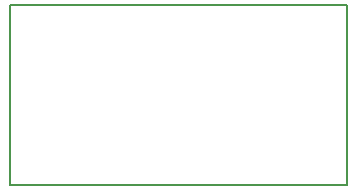
<source format=gbr>
G04 #@! TF.GenerationSoftware,KiCad,Pcbnew,5.0.1*
G04 #@! TF.CreationDate,2019-03-16T14:53:00+03:00*
G04 #@! TF.ProjectId,smartpoi,736D617274706F692E6B696361645F70,rev?*
G04 #@! TF.SameCoordinates,Original*
G04 #@! TF.FileFunction,Profile,NP*
%FSLAX46Y46*%
G04 Gerber Fmt 4.6, Leading zero omitted, Abs format (unit mm)*
G04 Created by KiCad (PCBNEW 5.0.1) date Сб 16 мар 2019 14:53:00*
%MOMM*%
%LPD*%
G01*
G04 APERTURE LIST*
%ADD10C,0.200000*%
G04 APERTURE END LIST*
D10*
X106680000Y-97155000D02*
X135255000Y-97155000D01*
X106680000Y-81915000D02*
X106680000Y-97155000D01*
X135255000Y-81915000D02*
X106680000Y-81915000D01*
X135255000Y-97155000D02*
X135255000Y-81915000D01*
M02*

</source>
